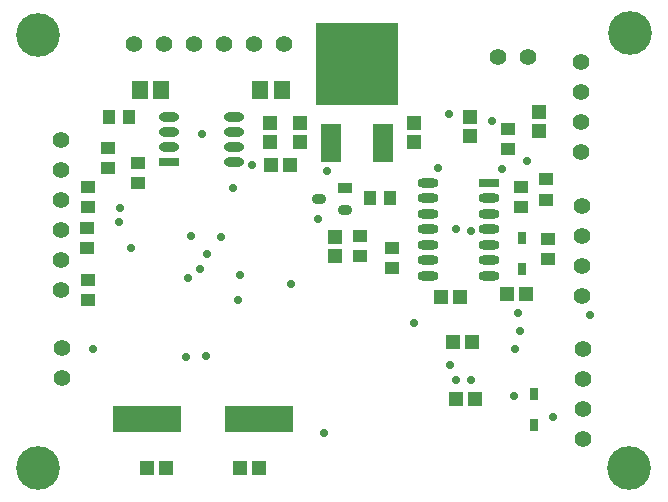
<source format=gbs>
G04 Layer_Color=16711935*
%FSLAX24Y24*%
%MOIN*%
G70*
G01*
G75*
%ADD53R,0.0474X0.0474*%
%ADD57R,0.0474X0.0356*%
%ADD58O,0.0474X0.0356*%
%ADD59R,0.0434X0.0474*%
%ADD60R,0.0474X0.0434*%
%ADD64R,0.0474X0.0474*%
%ADD65O,0.0710X0.0316*%
%ADD66R,0.0710X0.0316*%
%ADD71C,0.0552*%
%ADD72C,0.1458*%
%ADD73C,0.0280*%
%ADD74R,0.0316X0.0434*%
%ADD75R,0.0710X0.1261*%
%ADD76R,0.2718X0.2718*%
%ADD77R,0.0552X0.0631*%
%ADD78R,0.2285X0.0907*%
%ADD79O,0.0671X0.0316*%
%ADD80R,0.0671X0.0316*%
D53*
X39650Y38465D02*
D03*
Y37835D02*
D03*
X38500Y42265D02*
D03*
Y41635D02*
D03*
X37500Y42265D02*
D03*
Y41635D02*
D03*
X46450Y41985D02*
D03*
Y42615D02*
D03*
X42300Y42265D02*
D03*
Y41635D02*
D03*
X44150Y41835D02*
D03*
Y42465D02*
D03*
D57*
X39989Y40100D02*
D03*
D58*
Y39352D02*
D03*
X39123Y39726D02*
D03*
D59*
X32115Y42450D02*
D03*
X32785D02*
D03*
X40815Y39750D02*
D03*
X41485D02*
D03*
D60*
X45433Y41398D02*
D03*
Y42067D02*
D03*
X46693Y39705D02*
D03*
Y40374D02*
D03*
X40500Y37815D02*
D03*
Y38485D02*
D03*
X33100Y40935D02*
D03*
Y40265D02*
D03*
X31417Y36358D02*
D03*
Y37028D02*
D03*
X31378Y38091D02*
D03*
Y38760D02*
D03*
X31417Y40138D02*
D03*
Y39469D02*
D03*
X32100Y41435D02*
D03*
Y40765D02*
D03*
X45866Y39469D02*
D03*
Y40138D02*
D03*
X46750Y37715D02*
D03*
Y38385D02*
D03*
X41550Y38085D02*
D03*
Y37415D02*
D03*
D64*
X43583Y34961D02*
D03*
X44213D02*
D03*
X44315Y33050D02*
D03*
X43685D02*
D03*
X45385Y36550D02*
D03*
X46015D02*
D03*
X37115Y30750D02*
D03*
X36485D02*
D03*
X33385D02*
D03*
X34015D02*
D03*
X38165Y40850D02*
D03*
X37535D02*
D03*
X43185Y36450D02*
D03*
X43815D02*
D03*
D65*
X42750Y37169D02*
D03*
Y37684D02*
D03*
Y38200D02*
D03*
Y38716D02*
D03*
Y39232D02*
D03*
Y39747D02*
D03*
Y40263D02*
D03*
X44797Y37169D02*
D03*
Y37684D02*
D03*
Y38200D02*
D03*
Y38716D02*
D03*
Y39232D02*
D03*
Y39747D02*
D03*
D66*
Y40263D02*
D03*
D71*
X47900Y39500D02*
D03*
Y38500D02*
D03*
Y36500D02*
D03*
Y37500D02*
D03*
X47913Y34717D02*
D03*
Y33717D02*
D03*
Y31717D02*
D03*
Y32717D02*
D03*
X32945Y44882D02*
D03*
X33945D02*
D03*
X35945D02*
D03*
X34945D02*
D03*
X36945D02*
D03*
X37945D02*
D03*
X30512Y36685D02*
D03*
Y37685D02*
D03*
Y39685D02*
D03*
Y38685D02*
D03*
Y40685D02*
D03*
Y41685D02*
D03*
X30551Y33740D02*
D03*
Y34740D02*
D03*
X46079Y44449D02*
D03*
X45079D02*
D03*
X47850Y44300D02*
D03*
Y43300D02*
D03*
Y41300D02*
D03*
Y42300D02*
D03*
D72*
X49450Y30750D02*
D03*
X29750D02*
D03*
Y45200D02*
D03*
X49500Y45250D02*
D03*
D73*
X35150Y37402D02*
D03*
X35400Y37874D02*
D03*
X35236Y41890D02*
D03*
X46063Y40984D02*
D03*
X46929Y32441D02*
D03*
X31575Y34724D02*
D03*
X42283Y35591D02*
D03*
X45666Y34716D02*
D03*
X43500Y34200D02*
D03*
X43450Y42550D02*
D03*
X45631Y33168D02*
D03*
X43700Y33700D02*
D03*
X44200D02*
D03*
Y38650D02*
D03*
X36900Y40850D02*
D03*
X39400Y40650D02*
D03*
X36250Y40100D02*
D03*
X39100Y39050D02*
D03*
X35350Y34500D02*
D03*
X34700Y34450D02*
D03*
X32450Y38950D02*
D03*
X32850Y38100D02*
D03*
X34861Y38489D02*
D03*
X35850Y38450D02*
D03*
X38200Y36900D02*
D03*
X34750Y37100D02*
D03*
X36500Y37200D02*
D03*
X43100Y40750D02*
D03*
X32485Y39435D02*
D03*
X45827Y35315D02*
D03*
X48150Y35866D02*
D03*
X44882Y42323D02*
D03*
X45748Y35906D02*
D03*
X45236Y40709D02*
D03*
X43701Y38716D02*
D03*
X39291Y31929D02*
D03*
X36417Y36339D02*
D03*
D74*
X46300Y33212D02*
D03*
Y32188D02*
D03*
X45900Y37388D02*
D03*
Y38412D02*
D03*
D75*
X41250Y41600D02*
D03*
X39518D02*
D03*
D76*
X40384Y44238D02*
D03*
D77*
X37165Y43346D02*
D03*
X37874D02*
D03*
X33150D02*
D03*
X33858D02*
D03*
D78*
X37120Y32400D02*
D03*
X33380D02*
D03*
D79*
X36300Y42450D02*
D03*
Y41950D02*
D03*
Y41450D02*
D03*
Y40950D02*
D03*
X34135Y42450D02*
D03*
Y41950D02*
D03*
Y41450D02*
D03*
D80*
Y40950D02*
D03*
M02*

</source>
